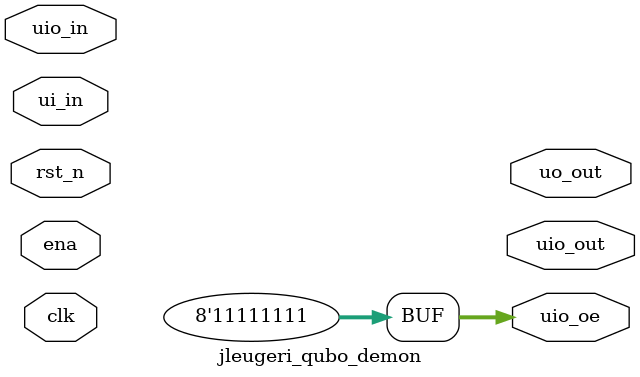
<source format=v>
`default_nettype none

module jleugeri_qubo_demon #( parameter MAX_COUNT = 10_000_000 ) (
    input  wire [7:0] ui_in,    // Dedicated inputs - connected to the input switches
    output wire [7:0] uo_out,   // Dedicated outputs - connected to the 7 segment display
    input  wire [7:0] uio_in,   // IOs: Bidirectional Input path
    output wire [7:0] uio_out,  // IOs: Bidirectional Output path
    output wire [7:0] uio_oe,   // IOs: Bidirectional Enable path (active high: 0=input, 1=output)
    input  wire       ena,      // will go high when the design is enabled
    input  wire       clk,      // clock
    input  wire       rst_n     // reset_n - low to reset
);

    wire reset = ! rst_n;

    // set up direction of bidirational IOs
    assign uio_oe = 8'b11111111;


    always @(posedge clk) begin
        // if reset, reset all internal registers
        if (reset) begin
        end else begin
        end
    end

    // instantiate submodules

endmodule

</source>
